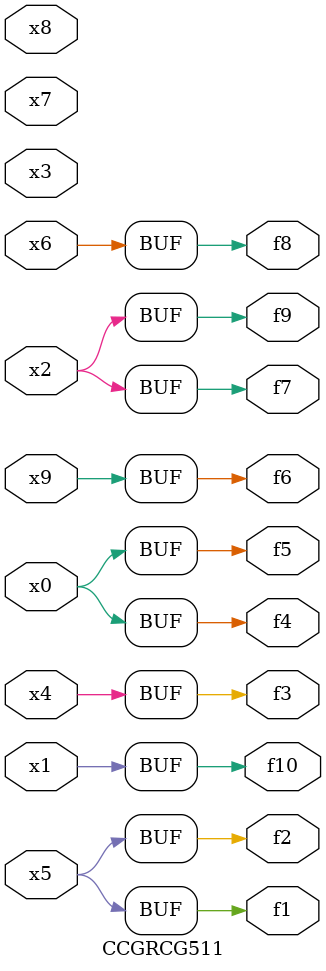
<source format=v>
module CCGRCG511(
	input x0, x1, x2, x3, x4, x5, x6, x7, x8, x9,
	output f1, f2, f3, f4, f5, f6, f7, f8, f9, f10
);
	assign f1 = x5;
	assign f2 = x5;
	assign f3 = x4;
	assign f4 = x0;
	assign f5 = x0;
	assign f6 = x9;
	assign f7 = x2;
	assign f8 = x6;
	assign f9 = x2;
	assign f10 = x1;
endmodule

</source>
